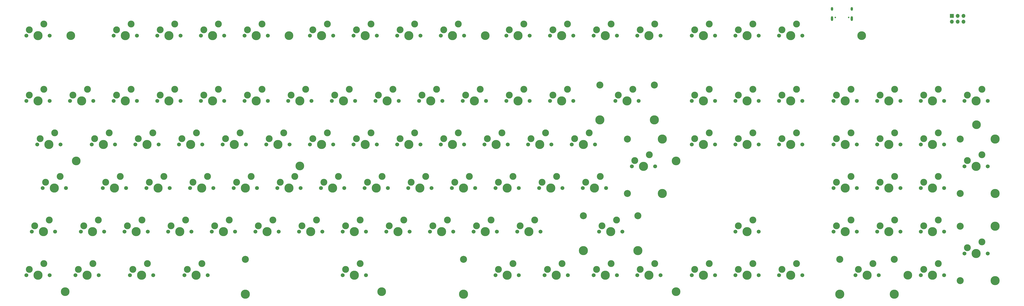
<source format=gts>
%TF.GenerationSoftware,KiCad,Pcbnew,7.0.10*%
%TF.CreationDate,2024-01-14T19:19:27+05:30*%
%TF.ProjectId,kbd,6b62642e-6b69-4636-9164-5f7063625858,rev?*%
%TF.SameCoordinates,Original*%
%TF.FileFunction,Soldermask,Top*%
%TF.FilePolarity,Negative*%
%FSLAX46Y46*%
G04 Gerber Fmt 4.6, Leading zero omitted, Abs format (unit mm)*
G04 Created by KiCad (PCBNEW 7.0.10) date 2024-01-14 19:19:27*
%MOMM*%
%LPD*%
G01*
G04 APERTURE LIST*
%ADD10C,3.800000*%
%ADD11C,2.600000*%
%ADD12C,1.701800*%
%ADD13C,3.000000*%
%ADD14C,3.987800*%
%ADD15C,3.048000*%
%ADD16R,1.700000X1.700000*%
%ADD17O,1.700000X1.700000*%
%ADD18C,0.650000*%
%ADD19O,1.000000X1.600000*%
%ADD20O,1.000000X2.100000*%
G04 APERTURE END LIST*
D10*
%TO.C,H12*%
X373856250Y-173831250D03*
D11*
X373856250Y-173831250D03*
%TD*%
D10*
%TO.C,H11*%
X209550000Y-176022000D03*
D11*
X209550000Y-176022000D03*
%TD*%
D10*
%TO.C,H10*%
X109537500Y-119062500D03*
D11*
X109537500Y-119062500D03*
%TD*%
D10*
%TO.C,H9*%
X504952000Y-157988000D03*
D11*
X504952000Y-157988000D03*
%TD*%
D10*
%TO.C,H8*%
X245268750Y-230981250D03*
D11*
X245268750Y-230981250D03*
%TD*%
D10*
%TO.C,H7*%
X474980000Y-223837500D03*
D11*
X474980000Y-223837500D03*
%TD*%
D10*
%TO.C,H6*%
X111918750Y-173831250D03*
D11*
X111918750Y-173831250D03*
%TD*%
D10*
%TO.C,H5*%
X373856250Y-230981250D03*
D11*
X373856250Y-230981250D03*
%TD*%
D10*
%TO.C,H4*%
X107156250Y-230981250D03*
D11*
X107156250Y-230981250D03*
%TD*%
D10*
%TO.C,H3*%
X290512500Y-119062500D03*
D11*
X290512500Y-119062500D03*
%TD*%
D10*
%TO.C,H2*%
X204787500Y-119062500D03*
D11*
X204787500Y-119062500D03*
%TD*%
D10*
%TO.C,H1*%
X454818750Y-119062500D03*
D11*
X454818750Y-119062500D03*
%TD*%
D12*
%TO.C,SW68*%
X275907500Y-185737500D03*
D13*
X277177500Y-183197500D03*
D14*
X280987500Y-185737500D03*
D13*
X283527500Y-180657500D03*
D12*
X286067500Y-185737500D03*
%TD*%
D15*
%TO.C,REF\u002A\u002A*%
X340525000Y-140652500D03*
D14*
X340525000Y-155892500D03*
D15*
X364325000Y-140652500D03*
D14*
X364325000Y-155892500D03*
%TD*%
D12*
%TO.C,SW32*%
X399732500Y-147637500D03*
D13*
X401002500Y-145097500D03*
D14*
X404812500Y-147637500D03*
D13*
X407352500Y-142557500D03*
D12*
X409892500Y-147637500D03*
%TD*%
%TO.C,SW76*%
X113982500Y-204787500D03*
D13*
X115252500Y-202247500D03*
D14*
X119062500Y-204787500D03*
D13*
X121602500Y-199707500D03*
D12*
X124142500Y-204787500D03*
%TD*%
%TO.C,SW63*%
X180657500Y-185737500D03*
D13*
X181927500Y-183197500D03*
D14*
X185737500Y-185737500D03*
D13*
X188277500Y-180657500D03*
D12*
X190817500Y-185737500D03*
%TD*%
%TO.C,SW105*%
X452120000Y-223837500D03*
D13*
X453390000Y-221297500D03*
D14*
X457200000Y-223837500D03*
D13*
X459740000Y-218757500D03*
D12*
X462280000Y-223837500D03*
%TD*%
%TO.C,SW15*%
X399732500Y-119062500D03*
D13*
X401002500Y-116522500D03*
D14*
X404812500Y-119062500D03*
D13*
X407352500Y-113982500D03*
D12*
X409892500Y-119062500D03*
%TD*%
%TO.C,SW51*%
X354488750Y-176212500D03*
D13*
X355758750Y-173672500D03*
D14*
X359568750Y-176212500D03*
D13*
X362108750Y-171132500D03*
D12*
X364648750Y-176212500D03*
%TD*%
%TO.C,SW61*%
X142557500Y-185737500D03*
D13*
X143827500Y-183197500D03*
D14*
X147637500Y-185737500D03*
D13*
X150177500Y-180657500D03*
D12*
X152717500Y-185737500D03*
%TD*%
%TO.C,SW78*%
X152082500Y-204787500D03*
D13*
X153352500Y-202247500D03*
D14*
X157162500Y-204787500D03*
D13*
X159702500Y-199707500D03*
D12*
X162242500Y-204787500D03*
%TD*%
%TO.C,SW65*%
X218757500Y-185737500D03*
D13*
X220027500Y-183197500D03*
D14*
X223837500Y-185737500D03*
D13*
X226377500Y-180657500D03*
D12*
X228917500Y-185737500D03*
%TD*%
%TO.C,SW77*%
X133032500Y-204787500D03*
D13*
X134302500Y-202247500D03*
D14*
X138112500Y-204787500D03*
D13*
X140652500Y-199707500D03*
D12*
X143192500Y-204787500D03*
%TD*%
%TO.C,SW104*%
X418782500Y-223837500D03*
D13*
X420052500Y-221297500D03*
D14*
X423862500Y-223837500D03*
D13*
X426402500Y-218757500D03*
D12*
X428942500Y-223837500D03*
%TD*%
%TO.C,SW12*%
X337820000Y-119062500D03*
D13*
X339090000Y-116522500D03*
D14*
X342900000Y-119062500D03*
D13*
X345440000Y-113982500D03*
D12*
X347980000Y-119062500D03*
%TD*%
D15*
%TO.C,REF\u002A\u002A*%
X497840000Y-226212500D03*
D14*
X513080000Y-226212500D03*
D15*
X497840000Y-202412500D03*
D14*
X513080000Y-202412500D03*
%TD*%
D12*
%TO.C,SW31*%
X380682500Y-147637500D03*
D13*
X381952500Y-145097500D03*
D14*
X385762500Y-147637500D03*
D13*
X388302500Y-142557500D03*
D12*
X390842500Y-147637500D03*
%TD*%
%TO.C,SW80*%
X190182500Y-204787500D03*
D13*
X191452500Y-202247500D03*
D14*
X195262500Y-204787500D03*
D13*
X197802500Y-199707500D03*
D12*
X200342500Y-204787500D03*
%TD*%
%TO.C,SW6*%
X213995000Y-119062500D03*
D13*
X215265000Y-116522500D03*
D14*
X219075000Y-119062500D03*
D13*
X221615000Y-113982500D03*
D12*
X224155000Y-119062500D03*
%TD*%
%TO.C,SW11*%
X318770000Y-119062500D03*
D13*
X320040000Y-116522500D03*
D14*
X323850000Y-119062500D03*
D13*
X326390000Y-113982500D03*
D12*
X328930000Y-119062500D03*
%TD*%
%TO.C,SW87*%
X340201250Y-204787500D03*
D13*
X341471250Y-202247500D03*
D14*
X345281250Y-204787500D03*
D13*
X347821250Y-199707500D03*
D12*
X350361250Y-204787500D03*
%TD*%
%TO.C,SW46*%
X252095000Y-166687500D03*
D13*
X253365000Y-164147500D03*
D14*
X257175000Y-166687500D03*
D13*
X259715000Y-161607500D03*
D12*
X262255000Y-166687500D03*
%TD*%
%TO.C,SW17*%
X90170000Y-147637500D03*
D13*
X91440000Y-145097500D03*
D14*
X95250000Y-147637500D03*
D13*
X97790000Y-142557500D03*
D12*
X100330000Y-147637500D03*
%TD*%
%TO.C,SW25*%
X242570000Y-147637500D03*
D13*
X243840000Y-145097500D03*
D14*
X247650000Y-147637500D03*
D13*
X250190000Y-142557500D03*
D12*
X252730000Y-147637500D03*
%TD*%
%TO.C,SW22*%
X185420000Y-147637500D03*
D13*
X186690000Y-145097500D03*
D14*
X190500000Y-147637500D03*
D13*
X193040000Y-142557500D03*
D12*
X195580000Y-147637500D03*
%TD*%
%TO.C,SW60*%
X123507500Y-185737500D03*
D13*
X124777500Y-183197500D03*
D14*
X128587500Y-185737500D03*
D13*
X131127500Y-180657500D03*
D12*
X133667500Y-185737500D03*
%TD*%
%TO.C,SW74*%
X480695000Y-185737500D03*
D13*
X481965000Y-183197500D03*
D14*
X485775000Y-185737500D03*
D13*
X488315000Y-180657500D03*
D12*
X490855000Y-185737500D03*
%TD*%
%TO.C,SW13*%
X356870000Y-119062500D03*
D13*
X358140000Y-116522500D03*
D14*
X361950000Y-119062500D03*
D13*
X364490000Y-113982500D03*
D12*
X367030000Y-119062500D03*
%TD*%
%TO.C,SW29*%
X318770000Y-147637500D03*
D13*
X320040000Y-145097500D03*
D14*
X323850000Y-147637500D03*
D13*
X326390000Y-142557500D03*
D12*
X328930000Y-147637500D03*
%TD*%
%TO.C,SW66*%
X237807500Y-185737500D03*
D13*
X239077500Y-183197500D03*
D14*
X242887500Y-185737500D03*
D13*
X245427500Y-180657500D03*
D12*
X247967500Y-185737500D03*
%TD*%
%TO.C,SW93*%
X90170000Y-223837500D03*
D13*
X91440000Y-221297500D03*
D14*
X95250000Y-223837500D03*
D13*
X97790000Y-218757500D03*
D12*
X100330000Y-223837500D03*
%TD*%
%TO.C,SW8*%
X252095000Y-119062500D03*
D13*
X253365000Y-116522500D03*
D14*
X257175000Y-119062500D03*
D13*
X259715000Y-113982500D03*
D12*
X262255000Y-119062500D03*
%TD*%
%TO.C,SW64*%
X199707500Y-185737500D03*
D13*
X200977500Y-183197500D03*
D14*
X204787500Y-185737500D03*
D13*
X207327500Y-180657500D03*
D12*
X209867500Y-185737500D03*
%TD*%
%TO.C,SW44*%
X213995000Y-166687500D03*
D13*
X215265000Y-164147500D03*
D14*
X219075000Y-166687500D03*
D13*
X221615000Y-161607500D03*
D12*
X224155000Y-166687500D03*
%TD*%
%TO.C,SW16*%
X418782500Y-119062500D03*
D13*
X420052500Y-116522500D03*
D14*
X423862500Y-119062500D03*
D13*
X426402500Y-113982500D03*
D12*
X428942500Y-119062500D03*
%TD*%
%TO.C,SW42*%
X175895000Y-166687500D03*
D13*
X177165000Y-164147500D03*
D14*
X180975000Y-166687500D03*
D13*
X183515000Y-161607500D03*
D12*
X186055000Y-166687500D03*
%TD*%
%TO.C,SW49*%
X309245000Y-166687500D03*
D13*
X310515000Y-164147500D03*
D14*
X314325000Y-166687500D03*
D13*
X316865000Y-161607500D03*
D12*
X319405000Y-166687500D03*
%TD*%
%TO.C,SW38*%
X94932500Y-166687500D03*
D13*
X96202500Y-164147500D03*
D14*
X100012500Y-166687500D03*
D13*
X102552500Y-161607500D03*
D12*
X105092500Y-166687500D03*
%TD*%
%TO.C,SW99*%
X316388750Y-223837500D03*
D13*
X317658750Y-221297500D03*
D14*
X321468750Y-223837500D03*
D13*
X324008750Y-218757500D03*
D12*
X326548750Y-223837500D03*
%TD*%
%TO.C,SW10*%
X299720000Y-119062500D03*
D13*
X300990000Y-116522500D03*
D14*
X304800000Y-119062500D03*
D13*
X307340000Y-113982500D03*
D12*
X309880000Y-119062500D03*
%TD*%
%TO.C,SW98*%
X294957500Y-223837500D03*
D13*
X296227500Y-221297500D03*
D14*
X300037500Y-223837500D03*
D13*
X302577500Y-218757500D03*
D12*
X305117500Y-223837500D03*
%TD*%
%TO.C,SW14*%
X380682500Y-119062500D03*
D13*
X381952500Y-116522500D03*
D14*
X385762500Y-119062500D03*
D13*
X388302500Y-113982500D03*
D12*
X390842500Y-119062500D03*
%TD*%
%TO.C,SW101*%
X356870000Y-223837500D03*
D13*
X358140000Y-221297500D03*
D14*
X361950000Y-223837500D03*
D13*
X364490000Y-218757500D03*
D12*
X367030000Y-223837500D03*
%TD*%
D15*
%TO.C,REF\u002A\u002A*%
X497840000Y-188112500D03*
D14*
X513080000Y-188112500D03*
D15*
X497840000Y-164312500D03*
D14*
X513080000Y-164312500D03*
%TD*%
D12*
%TO.C,SW24*%
X223520000Y-147637500D03*
D13*
X224790000Y-145097500D03*
D14*
X228600000Y-147637500D03*
D13*
X231140000Y-142557500D03*
D12*
X233680000Y-147637500D03*
%TD*%
%TO.C,SW103*%
X399732500Y-223837500D03*
D13*
X401002500Y-221297500D03*
D14*
X404812500Y-223837500D03*
D13*
X407352500Y-218757500D03*
D12*
X409892500Y-223837500D03*
%TD*%
%TO.C,SW54*%
X418782500Y-166687500D03*
D13*
X420052500Y-164147500D03*
D14*
X423862500Y-166687500D03*
D13*
X426402500Y-161607500D03*
D12*
X428942500Y-166687500D03*
%TD*%
%TO.C,SW50*%
X328295000Y-166687500D03*
D13*
X329565000Y-164147500D03*
D14*
X333375000Y-166687500D03*
D13*
X335915000Y-161607500D03*
D12*
X338455000Y-166687500D03*
%TD*%
%TO.C,SW82*%
X228282500Y-204787500D03*
D13*
X229552500Y-202247500D03*
D14*
X233362500Y-204787500D03*
D13*
X235902500Y-199707500D03*
D12*
X238442500Y-204787500D03*
%TD*%
%TO.C,SW89*%
X442595000Y-204787500D03*
D13*
X443865000Y-202247500D03*
D14*
X447675000Y-204787500D03*
D13*
X450215000Y-199707500D03*
D12*
X452755000Y-204787500D03*
%TD*%
%TO.C,SW88*%
X399732500Y-204787500D03*
D13*
X401002500Y-202247500D03*
D14*
X404812500Y-204787500D03*
D13*
X407352500Y-199707500D03*
D12*
X409892500Y-204787500D03*
%TD*%
%TO.C,SW41*%
X156845000Y-166687500D03*
D13*
X158115000Y-164147500D03*
D14*
X161925000Y-166687500D03*
D13*
X164465000Y-161607500D03*
D12*
X167005000Y-166687500D03*
%TD*%
%TO.C,SW2*%
X128270000Y-119062500D03*
D13*
X129540000Y-116522500D03*
D14*
X133350000Y-119062500D03*
D13*
X135890000Y-113982500D03*
D12*
X138430000Y-119062500D03*
%TD*%
%TO.C,SW28*%
X299720000Y-147637500D03*
D13*
X300990000Y-145097500D03*
D14*
X304800000Y-147637500D03*
D13*
X307340000Y-142557500D03*
D12*
X309880000Y-147637500D03*
%TD*%
%TO.C,SW100*%
X337820000Y-223837500D03*
D13*
X339090000Y-221297500D03*
D14*
X342900000Y-223837500D03*
D13*
X345440000Y-218757500D03*
D12*
X347980000Y-223837500D03*
%TD*%
%TO.C,SW20*%
X147320000Y-147637500D03*
D13*
X148590000Y-145097500D03*
D14*
X152400000Y-147637500D03*
D13*
X154940000Y-142557500D03*
D12*
X157480000Y-147637500D03*
%TD*%
%TO.C,SW30*%
X347345000Y-147637500D03*
D13*
X348615000Y-145097500D03*
D14*
X352425000Y-147637500D03*
D13*
X354965000Y-142557500D03*
D12*
X357505000Y-147637500D03*
%TD*%
%TO.C,SW37*%
X499745000Y-147637500D03*
D13*
X501015000Y-145097500D03*
D14*
X504825000Y-147637500D03*
D13*
X507365000Y-142557500D03*
D12*
X509905000Y-147637500D03*
%TD*%
%TO.C,SW71*%
X333057500Y-185737500D03*
D13*
X334327500Y-183197500D03*
D14*
X338137500Y-185737500D03*
D13*
X340677500Y-180657500D03*
D12*
X343217500Y-185737500D03*
%TD*%
%TO.C,SW26*%
X261620000Y-147637500D03*
D13*
X262890000Y-145097500D03*
D14*
X266700000Y-147637500D03*
D13*
X269240000Y-142557500D03*
D12*
X271780000Y-147637500D03*
%TD*%
%TO.C,SW90*%
X461645000Y-204787500D03*
D13*
X462915000Y-202247500D03*
D14*
X466725000Y-204787500D03*
D13*
X469265000Y-199707500D03*
D12*
X471805000Y-204787500D03*
%TD*%
%TO.C,SW91*%
X480695000Y-204787500D03*
D13*
X481965000Y-202247500D03*
D14*
X485775000Y-204787500D03*
D13*
X488315000Y-199707500D03*
D12*
X490855000Y-204787500D03*
%TD*%
%TO.C,SW36*%
X480695000Y-147637500D03*
D13*
X481965000Y-145097500D03*
D14*
X485775000Y-147637500D03*
D13*
X488315000Y-142557500D03*
D12*
X490855000Y-147637500D03*
%TD*%
%TO.C,SW9*%
X271145000Y-119062500D03*
D13*
X272415000Y-116522500D03*
D14*
X276225000Y-119062500D03*
D13*
X278765000Y-113982500D03*
D12*
X281305000Y-119062500D03*
%TD*%
%TO.C,SW84*%
X266382500Y-204787500D03*
D13*
X267652500Y-202247500D03*
D14*
X271462500Y-204787500D03*
D13*
X274002500Y-199707500D03*
D12*
X276542500Y-204787500D03*
%TD*%
D15*
%TO.C,REF\u002A\u002A*%
X333381250Y-197802500D03*
D14*
X333381250Y-213042500D03*
D15*
X357181250Y-197802500D03*
D14*
X357181250Y-213042500D03*
%TD*%
D12*
%TO.C,SW53*%
X399732500Y-166687500D03*
D13*
X401002500Y-164147500D03*
D14*
X404812500Y-166687500D03*
D13*
X407352500Y-161607500D03*
D12*
X409892500Y-166687500D03*
%TD*%
%TO.C,SW5*%
X185420000Y-119062500D03*
D13*
X186690000Y-116522500D03*
D14*
X190500000Y-119062500D03*
D13*
X193040000Y-113982500D03*
D12*
X195580000Y-119062500D03*
%TD*%
%TO.C,SW43*%
X194945000Y-166687500D03*
D13*
X196215000Y-164147500D03*
D14*
X200025000Y-166687500D03*
D13*
X202565000Y-161607500D03*
D12*
X205105000Y-166687500D03*
%TD*%
%TO.C,SW40*%
X137795000Y-166687500D03*
D13*
X139065000Y-164147500D03*
D14*
X142875000Y-166687500D03*
D13*
X145415000Y-161607500D03*
D12*
X147955000Y-166687500D03*
%TD*%
%TO.C,SW96*%
X159226250Y-223837500D03*
D13*
X160496250Y-221297500D03*
D14*
X164306250Y-223837500D03*
D13*
X166846250Y-218757500D03*
D12*
X169386250Y-223837500D03*
%TD*%
%TO.C,SW1*%
X90170000Y-119062500D03*
D13*
X91440000Y-116522500D03*
D14*
X95250000Y-119062500D03*
D13*
X97790000Y-113982500D03*
D12*
X100330000Y-119062500D03*
%TD*%
%TO.C,SW62*%
X161607500Y-185737500D03*
D13*
X162877500Y-183197500D03*
D14*
X166687500Y-185737500D03*
D13*
X169227500Y-180657500D03*
D12*
X171767500Y-185737500D03*
%TD*%
%TO.C,SW72*%
X442595000Y-185737500D03*
D13*
X443865000Y-183197500D03*
D14*
X447675000Y-185737500D03*
D13*
X450215000Y-180657500D03*
D12*
X452755000Y-185737500D03*
%TD*%
%TO.C,SW94*%
X121761250Y-223837500D03*
D13*
X119221250Y-218757500D03*
D14*
X116681250Y-223837500D03*
D13*
X112871250Y-221297500D03*
D12*
X111601250Y-223837500D03*
%TD*%
%TO.C,SW33*%
X418782500Y-147637500D03*
D13*
X420052500Y-145097500D03*
D14*
X423862500Y-147637500D03*
D13*
X426402500Y-142557500D03*
D12*
X428942500Y-147637500D03*
%TD*%
%TO.C,SW56*%
X461645000Y-166687500D03*
D13*
X462915000Y-164147500D03*
D14*
X466725000Y-166687500D03*
D13*
X469265000Y-161607500D03*
D12*
X471805000Y-166687500D03*
%TD*%
%TO.C,SW92*%
X499745000Y-214312500D03*
D13*
X501015000Y-211772500D03*
D14*
X504825000Y-214312500D03*
D13*
X507365000Y-209232500D03*
D12*
X509905000Y-214312500D03*
%TD*%
D15*
%TO.C,REF\u002A\u002A*%
X280987500Y-216852500D03*
D14*
X280987500Y-232092500D03*
%TD*%
D12*
%TO.C,SW70*%
X314007500Y-185737500D03*
D13*
X315277500Y-183197500D03*
D14*
X319087500Y-185737500D03*
D13*
X321627500Y-180657500D03*
D12*
X324167500Y-185737500D03*
%TD*%
%TO.C,SW18*%
X109220000Y-147637500D03*
D13*
X110490000Y-145097500D03*
D14*
X114300000Y-147637500D03*
D13*
X116840000Y-142557500D03*
D12*
X119380000Y-147637500D03*
%TD*%
%TO.C,SW39*%
X118745000Y-166687500D03*
D13*
X120015000Y-164147500D03*
D14*
X123825000Y-166687500D03*
D13*
X126365000Y-161607500D03*
D12*
X128905000Y-166687500D03*
%TD*%
%TO.C,SW73*%
X461645000Y-185737500D03*
D13*
X462915000Y-183197500D03*
D14*
X466725000Y-185737500D03*
D13*
X469265000Y-180657500D03*
D12*
X471805000Y-185737500D03*
%TD*%
D15*
%TO.C,REF\u002A\u002A*%
X185737500Y-216852312D03*
D14*
X185737500Y-232092312D03*
%TD*%
D12*
%TO.C,SW102*%
X380682500Y-223837500D03*
D13*
X381952500Y-221297500D03*
D14*
X385762500Y-223837500D03*
D13*
X388302500Y-218757500D03*
D12*
X390842500Y-223837500D03*
%TD*%
%TO.C,SW79*%
X171132500Y-204787500D03*
D13*
X172402500Y-202247500D03*
D14*
X176212500Y-204787500D03*
D13*
X178752500Y-199707500D03*
D12*
X181292500Y-204787500D03*
%TD*%
%TO.C,SW97*%
X228282500Y-223837500D03*
D13*
X229552500Y-221297500D03*
D14*
X233362500Y-223837500D03*
D13*
X235902500Y-218757500D03*
D12*
X238442500Y-223837500D03*
%TD*%
%TO.C,SW55*%
X442595000Y-166687500D03*
D13*
X443865000Y-164147500D03*
D14*
X447675000Y-166687500D03*
D13*
X450215000Y-161607500D03*
D12*
X452755000Y-166687500D03*
%TD*%
%TO.C,SW57*%
X480695000Y-166687500D03*
D13*
X481965000Y-164147500D03*
D14*
X485775000Y-166687500D03*
D13*
X488315000Y-161607500D03*
D12*
X490855000Y-166687500D03*
%TD*%
%TO.C,SW52*%
X380682500Y-166687500D03*
D13*
X381952500Y-164147500D03*
D14*
X385762500Y-166687500D03*
D13*
X388302500Y-161607500D03*
D12*
X390842500Y-166687500D03*
%TD*%
%TO.C,SW58*%
X499745000Y-176212500D03*
D13*
X501015000Y-173672500D03*
D14*
X504825000Y-176212500D03*
D13*
X507365000Y-171132500D03*
D12*
X509905000Y-176212500D03*
%TD*%
%TO.C,SW59*%
X97313750Y-185737500D03*
D13*
X98583750Y-183197500D03*
D14*
X102393750Y-185737500D03*
D13*
X104933750Y-180657500D03*
D12*
X107473750Y-185737500D03*
%TD*%
%TO.C,SW23*%
X204470000Y-147637500D03*
D13*
X205740000Y-145097500D03*
D14*
X209550000Y-147637500D03*
D13*
X212090000Y-142557500D03*
D12*
X214630000Y-147637500D03*
%TD*%
%TO.C,SW4*%
X166370000Y-119062500D03*
D13*
X167640000Y-116522500D03*
D14*
X171450000Y-119062500D03*
D13*
X173990000Y-113982500D03*
D12*
X176530000Y-119062500D03*
%TD*%
%TO.C,SW48*%
X290195000Y-166687500D03*
D13*
X291465000Y-164147500D03*
D14*
X295275000Y-166687500D03*
D13*
X297815000Y-161607500D03*
D12*
X300355000Y-166687500D03*
%TD*%
%TO.C,SW19*%
X128270000Y-147637500D03*
D13*
X129540000Y-145097500D03*
D14*
X133350000Y-147637500D03*
D13*
X135890000Y-142557500D03*
D12*
X138430000Y-147637500D03*
%TD*%
%TO.C,SW47*%
X271145000Y-166687500D03*
D13*
X272415000Y-164147500D03*
D14*
X276225000Y-166687500D03*
D13*
X278765000Y-161607500D03*
D12*
X281305000Y-166687500D03*
%TD*%
%TO.C,SW81*%
X209232500Y-204787500D03*
D13*
X210502500Y-202247500D03*
D14*
X214312500Y-204787500D03*
D13*
X216852500Y-199707500D03*
D12*
X219392500Y-204787500D03*
%TD*%
%TO.C,SW67*%
X256857500Y-185737500D03*
D13*
X258127500Y-183197500D03*
D14*
X261937500Y-185737500D03*
D13*
X264477500Y-180657500D03*
D12*
X267017500Y-185737500D03*
%TD*%
%TO.C,SW7*%
X233045000Y-119062500D03*
D13*
X234315000Y-116522500D03*
D14*
X238125000Y-119062500D03*
D13*
X240665000Y-113982500D03*
D12*
X243205000Y-119062500D03*
%TD*%
%TO.C,SW21*%
X166370000Y-147637500D03*
D13*
X167640000Y-145097500D03*
D14*
X171450000Y-147637500D03*
D13*
X173990000Y-142557500D03*
D12*
X176530000Y-147637500D03*
%TD*%
%TO.C,SW75*%
X92551250Y-204787500D03*
D13*
X93821250Y-202247500D03*
D14*
X97631250Y-204787500D03*
D13*
X100171250Y-199707500D03*
D12*
X102711250Y-204787500D03*
%TD*%
%TO.C,SW106*%
X480695000Y-223837500D03*
D13*
X481965000Y-221297500D03*
D14*
X485775000Y-223837500D03*
D13*
X488315000Y-218757500D03*
D12*
X490855000Y-223837500D03*
%TD*%
%TO.C,SW83*%
X247332500Y-204787500D03*
D13*
X248602500Y-202247500D03*
D14*
X252412500Y-204787500D03*
D13*
X254952500Y-199707500D03*
D12*
X257492500Y-204787500D03*
%TD*%
D15*
%TO.C,REF\u002A\u002A*%
X352583750Y-188112500D03*
D14*
X367823750Y-188112500D03*
D15*
X352583750Y-164312500D03*
D14*
X367823750Y-164312500D03*
%TD*%
D12*
%TO.C,SW69*%
X294957500Y-185737500D03*
D13*
X296227500Y-183197500D03*
D14*
X300037500Y-185737500D03*
D13*
X302577500Y-180657500D03*
D12*
X305117500Y-185737500D03*
%TD*%
%TO.C,SW85*%
X285432500Y-204787500D03*
D13*
X286702500Y-202247500D03*
D14*
X290512500Y-204787500D03*
D13*
X293052500Y-199707500D03*
D12*
X295592500Y-204787500D03*
%TD*%
%TO.C,SW95*%
X135413750Y-223837500D03*
D13*
X136683750Y-221297500D03*
D14*
X140493750Y-223837500D03*
D13*
X143033750Y-218757500D03*
D12*
X145573750Y-223837500D03*
%TD*%
D15*
%TO.C,REF\u002A\u002A*%
X445300000Y-216852500D03*
D14*
X445300000Y-232092500D03*
D15*
X469100000Y-216852500D03*
D14*
X469100000Y-232092500D03*
%TD*%
D12*
%TO.C,SW3*%
X147320000Y-119062500D03*
D13*
X148590000Y-116522500D03*
D14*
X152400000Y-119062500D03*
D13*
X154940000Y-113982500D03*
D12*
X157480000Y-119062500D03*
%TD*%
%TO.C,SW34*%
X442595000Y-147637500D03*
D13*
X443865000Y-145097500D03*
D14*
X447675000Y-147637500D03*
D13*
X450215000Y-142557500D03*
D12*
X452755000Y-147637500D03*
%TD*%
%TO.C,SW86*%
X304482500Y-204787500D03*
D13*
X305752500Y-202247500D03*
D14*
X309562500Y-204787500D03*
D13*
X312102500Y-199707500D03*
D12*
X314642500Y-204787500D03*
%TD*%
%TO.C,SW27*%
X280670000Y-147637500D03*
D13*
X281940000Y-145097500D03*
D14*
X285750000Y-147637500D03*
D13*
X288290000Y-142557500D03*
D12*
X290830000Y-147637500D03*
%TD*%
%TO.C,SW35*%
X461645000Y-147637500D03*
D13*
X462915000Y-145097500D03*
D14*
X466725000Y-147637500D03*
D13*
X469265000Y-142557500D03*
D12*
X471805000Y-147637500D03*
%TD*%
%TO.C,SW45*%
X233045000Y-166687500D03*
D13*
X234315000Y-164147500D03*
D14*
X238125000Y-166687500D03*
D13*
X240665000Y-161607500D03*
D12*
X243205000Y-166687500D03*
%TD*%
D16*
%TO.C,J1*%
X494225000Y-110475000D03*
D17*
X494225000Y-113015000D03*
X496765000Y-110475000D03*
X496765000Y-113015000D03*
X499305000Y-110475000D03*
X499305000Y-113015000D03*
%TD*%
D18*
%TO.C,J2*%
X443355000Y-111080000D03*
X449135000Y-111080000D03*
D19*
X441925000Y-107430000D03*
D20*
X441925000Y-111610000D03*
D19*
X450565000Y-107430000D03*
D20*
X450565000Y-111610000D03*
%TD*%
M02*

</source>
